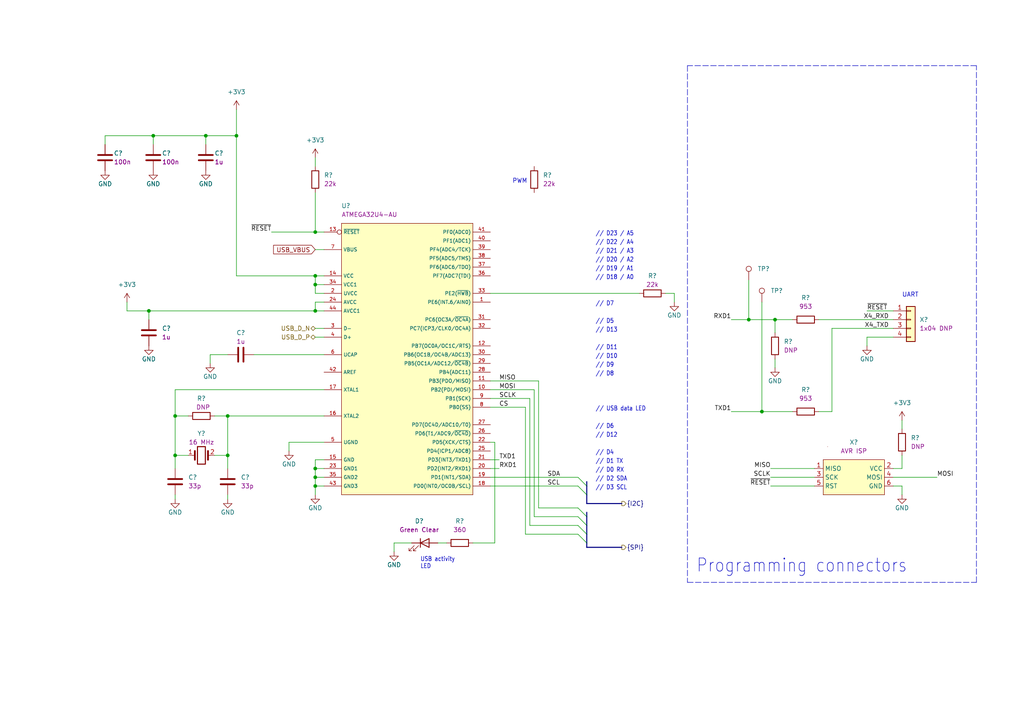
<source format=kicad_sch>
(kicad_sch (version 20211123) (generator eeschema)
  (paper "A4")
  (title_block (title "Gear Display Board") (date "2022-08-07") (rev "1.0") (company "Kallio Designs Oy") (comment 1 "Teemu Latonen") (comment 2 "ASSEMBLY_PN") (comment 3 "PCB_PN"))
  (lib_symbols
    (symbol "KD_Capacitor:C_0603_100n_X7R_50V" (pin_numbers hide) (pin_names hide)
      (property "Reference" "C" (at 2.54 1.27 0))
      (property "Code" "100n" (at 2.54 -1.27 0))
      (symbol "C_0603_100n_X7R_50V_0_1"
        (polyline (pts (xy -2.032 -0.762) (xy 2.032 -0.762)) (stroke (width 0.508)))
        (polyline (pts (xy -2.032 0.762) (xy 2.032 0.762)) (stroke (width 0.508)))
      )
      (symbol "C_0603_100n_X7R_50V_1_1"
        (pin passive line (at 0 3.81 270) (length 2.794) (name "~") (number "1"))
        (pin passive line (at 0 -3.81 90) (length 2.794) (name "~") (number "2"))
      )
    )
    (symbol "KD_Capacitor:C_0603_33p_NP0_5%_100V" (pin_numbers hide) (pin_names hide)
      (property "Reference" "C" (at 2.54 1.27 0))
      (property "Code" "33p" (at 2.54 -1.27 0))
      (symbol "C_0603_33p_NP0_5%_100V_0_1"
        (polyline (pts (xy -2.032 -0.762) (xy 2.032 -0.762)) (stroke (width 0.508)))
        (polyline (pts (xy -2.032 0.762) (xy 2.032 0.762)) (stroke (width 0.508)))
      )
      (symbol "C_0603_33p_NP0_5%_100V_1_1"
        (pin passive line (at 0 3.81 270) (length 2.794) (name "~") (number "1"))
        (pin passive line (at 0 -3.81 90) (length 2.794) (name "~") (number "2"))
      )
    )
    (symbol "KD_Capacitor:C_0805_1u_X7R_25V" (pin_numbers hide) (pin_names hide)
      (property "Reference" "C" (at 2.54 1.27 0))
      (property "Code" "1u" (at 2.54 -1.27 0))
      (symbol "C_0805_1u_X7R_25V_0_1"
        (polyline (pts (xy -2.032 -0.762) (xy 2.032 -0.762)) (stroke (width 0.508)))
        (polyline (pts (xy -2.032 0.762) (xy 2.032 0.762)) (stroke (width 0.508)))
      )
      (symbol "C_0805_1u_X7R_25V_1_1"
        (pin passive line (at 0 3.81 270) (length 2.794) (name "~") (number "1"))
        (pin passive line (at 0 -3.81 90) (length 2.794) (name "~") (number "2"))
      )
    )
    (symbol "KD_Connector_Pads:CON_1x04_TH_staggered" (pin_names hide)
      (property "Reference" "J" (at 5.08 2.54 0))
      (property "Code" "1x04 DNP" (at 5.08 4.572 0))
      (symbol "CON_1x04_TH_staggered_1_1"
        (rectangle (start 3.81 -7.493) (end 5.08 -7.747) (stroke (width 0.1524)))
        (rectangle (start 3.81 -4.953) (end 5.08 -5.207) (stroke (width 0.1524)))
        (rectangle (start 3.81 -2.413) (end 5.08 -2.667) (stroke (width 0.1524)))
        (rectangle (start 3.81 0.127) (end 5.08 -0.127) (stroke (width 0.1524)))
        (rectangle (start 3.81 1.27) (end 6.35 -8.89) (stroke (width 0.254)) (fill (type background)))
        (pin passive line (at 0 0 0) (length 3.81) (name "Pin_1") (number "1"))
        (pin passive line (at 0 -2.54 0) (length 3.81) (name "Pin_2") (number "2"))
        (pin passive line (at 0 -5.08 0) (length 3.81) (name "Pin_3") (number "3"))
        (pin passive line (at 0 -7.62 0) (length 3.81) (name "Pin_4") (number "4"))
      )
    )
    (symbol "KD_Connector_Pads:TestPoint_2.5mm_Round" (pin_numbers hide) (pin_names hide)
      (property "Reference" "TP" (at 0 5.08 0))
      (symbol "TestPoint_2.5mm_Round_0_1"
        (circle (center 0 3.302) (radius 0.762))
      )
      (symbol "TestPoint_2.5mm_Round_1_1"
        (pin passive line (at 0 0 90) (length 2.54) (name "1") (number "1"))
      )
    )
    (symbol "KD_Connector_Special:Programming_AVR_ISP_Staggered_Holes"
      (property "Reference" "J" (at 2.54 6.35 0))
      (property "Code" "AVR ISP" (at 2.54 3.81 0))
      (symbol "Programming_AVR_ISP_Staggered_Holes_0_1"
        (rectangle (start 2.54 2.54) (end 20.32 -7.62) (fill (type background)))
        (rectangle (start 3.81 6.35) (end 3.81 6.35))
      )
      (symbol "Programming_AVR_ISP_Staggered_Holes_1_0"
        (pin input line (at 0 0 0) (length 2.54) (name "MISO") (number "1"))
        (pin input line (at 22.86 0 180) (length 2.54) (name "VCC") (number "2"))
        (pin output line (at 0 -2.54 0) (length 2.54) (name "SCK") (number "3"))
        (pin output line (at 22.86 -2.54 180) (length 2.54) (name "MOSI") (number "4"))
        (pin output line (at 0 -5.08 0) (length 2.54) (name "RST") (number "5"))
        (pin input line (at 22.86 -5.08 180) (length 2.54) (name "GND") (number "6"))
      )
    )
    (symbol "KD_IC_MCU:ATmega32U4-AU"
      (property "Reference" "U" (at 22.86 7.62 0))
      (property "Code" "ATMEGA32U4-AU" (at 17.78 5.08 0))
      (symbol "ATmega32U4-AU_0_1"
        (rectangle (start 5.08 2.54) (end 43.18 -76.2) (fill (type background)))
      )
      (symbol "ATmega32U4-AU_1_1"
        (pin bidirectional line (at 48.26 -20.32 180) (length 5.08) (name "PE6(INT.6/AIN0)") (number "1"))
        (pin bidirectional line (at 48.26 -45.72 180) (length 5.08) (name "PB2(PDI/MOSI)") (number "10"))
        (pin bidirectional line (at 48.26 -43.18 180) (length 5.08) (name "PB3(PDO/MISO)") (number "11"))
        (pin bidirectional line (at 48.26 -33.02 180) (length 5.08) (name "PB7(OC0A/OC1C/RTS)") (number "12"))
        (pin input inverted (at 0 0 0) (length 5.08) (name "~{RESET}") (number "13"))
        (pin power_in line (at 0 -12.7 0) (length 5.08) (name "VCC") (number "14"))
        (pin power_in line (at 0 -66.04 0) (length 5.08) (name "GND") (number "15"))
        (pin bidirectional line (at 0 -53.34 0) (length 5.08) (name "XTAL2") (number "16"))
        (pin bidirectional line (at 0 -45.72 0) (length 5.08) (name "XTAL1") (number "17"))
        (pin bidirectional line (at 48.26 -73.66 180) (length 5.08) (name "PD0(INT0/OC0B/SCL)") (number "18"))
        (pin bidirectional line (at 48.26 -71.12 180) (length 5.08) (name "PD1(INT1/SDA)") (number "19"))
        (pin power_in line (at 0 -17.78 0) (length 5.08) (name "UVCC") (number "2"))
        (pin bidirectional line (at 48.26 -68.58 180) (length 5.08) (name "PD2(INT2/RXD1)") (number "20"))
        (pin bidirectional line (at 48.26 -66.04 180) (length 5.08) (name "PD3(INT3/TXD1)") (number "21"))
        (pin bidirectional line (at 48.26 -60.96 180) (length 5.08) (name "PD5(XCK/CTS)") (number "22"))
        (pin power_in line (at 0 -68.58 0) (length 5.08) (name "GND1") (number "23"))
        (pin power_in line (at 0 -20.32 0) (length 5.08) (name "AVCC") (number "24"))
        (pin bidirectional line (at 48.26 -63.5 180) (length 5.08) (name "PD4(ICP1/ADC8)") (number "25"))
        (pin bidirectional line (at 48.26 -58.42 180) (length 5.08) (name "PD6(T1/ADC9/~{OC4D})") (number "26"))
        (pin bidirectional line (at 48.26 -55.88 180) (length 5.08) (name "PD7(OC4D/ADC10/T0)") (number "27"))
        (pin bidirectional line (at 48.26 -40.64 180) (length 5.08) (name "PB4(ADC11)") (number "28"))
        (pin bidirectional line (at 48.26 -38.1 180) (length 5.08) (name "PB5(OC1A/ADC12/~{OC4B})") (number "29"))
        (pin bidirectional line (at 0 -27.94 0) (length 5.08) (name "D-") (number "3"))
        (pin bidirectional line (at 48.26 -35.56 180) (length 5.08) (name "PB6(OC1B/OC4B/ADC13)") (number "30"))
        (pin bidirectional line (at 48.26 -25.4 180) (length 5.08) (name "PC6(OC3A/~{OC4A})") (number "31"))
        (pin bidirectional line (at 48.26 -27.94 180) (length 5.08) (name "PC7(ICP3/CLK0/OC4A)") (number "32"))
        (pin bidirectional line (at 48.26 -17.78 180) (length 5.08) (name "PE2(~{HWB})") (number "33"))
        (pin power_in line (at 0 -15.24 0) (length 5.08) (name "VCC1") (number "34"))
        (pin power_in line (at 0 -71.12 0) (length 5.08) (name "GND2") (number "35"))
        (pin bidirectional line (at 48.26 -12.7 180) (length 5.08) (name "PF7(ADC7(TDI)") (number "36"))
        (pin bidirectional line (at 48.26 -10.16 180) (length 5.08) (name "PF6(ADC6/TDO)") (number "37"))
        (pin bidirectional line (at 48.26 -7.62 180) (length 5.08) (name "PF5(ADC5/TMS)") (number "38"))
        (pin bidirectional line (at 48.26 -5.08 180) (length 5.08) (name "PF4(ADC4/TCK)") (number "39"))
        (pin bidirectional line (at 0 -30.48 0) (length 5.08) (name "D+") (number "4"))
        (pin tri_state line (at 48.26 -2.54 180) (length 5.08) (name "PF1(ADC1)") (number "40"))
        (pin tri_state line (at 48.26 0 180) (length 5.08) (name "PF0(ADC0)") (number "41"))
        (pin input line (at 0 -40.64 0) (length 5.08) (name "AREF") (number "42"))
        (pin power_in line (at 0 -73.66 0) (length 5.08) (name "GND3") (number "43"))
        (pin power_in line (at 0 -22.86 0) (length 5.08) (name "AVCC1") (number "44"))
        (pin power_in line (at 0 -60.96 0) (length 5.08) (name "UGND") (number "5"))
        (pin bidirectional line (at 0 -35.56 0) (length 5.08) (name "UCAP") (number "6"))
        (pin input line (at 0 -5.08 0) (length 5.08) (name "VBUS") (number "7"))
        (pin bidirectional line (at 48.26 -50.8 180) (length 5.08) (name "PB0(SS)") (number "8"))
        (pin bidirectional line (at 48.26 -48.26 180) (length 5.08) (name "PB1(SCK)") (number "9"))
      )
    )
    (symbol "KD_Led:0603_Green_Clear_LTST-C190KGKT" (pin_numbers hide) (pin_names hide)
      (property "Reference" "D" (at 0 2.54 0))
      (property "Code" "Green Clear" (at 0 -3.81 0))
      (symbol "0603_Green_Clear_LTST-C190KGKT_0_1"
        (polyline (pts (xy -1.27 -1.27) (xy -1.27 1.27)) (stroke (width 0.254)))
        (polyline (pts (xy -1.27 0) (xy 1.27 0)))
        (polyline (pts (xy 1.27 -1.27) (xy 1.27 1.27) (xy -1.27 0) (xy 1.27 -1.27)) (stroke (width 0.254)))
        (polyline (pts (xy -3.048 -0.762) (xy -4.572 -2.286) (xy -3.81 -2.286) (xy -4.572 -2.286) (xy -4.572 -1.524)))
        (polyline (pts (xy -1.778 -0.762) (xy -3.302 -2.286) (xy -2.54 -2.286) (xy -3.302 -2.286) (xy -3.302 -1.524)))
      )
      (symbol "0603_Green_Clear_LTST-C190KGKT_1_1"
        (pin passive line (at -3.81 0 0) (length 2.54) (name "K") (number "1"))
        (pin passive line (at 3.81 0 180) (length 2.54) (name "A") (number "2"))
      )
    )
    (symbol "KD_Oscillator:Crystal_16M_AS-16.000-18-SMD-TR" (pin_names hide)
      (property "Reference" "Y" (at -3.81 6.35 0))
      (property "Code" "16 MHz" (at -3.81 3.81 0))
      (symbol "Crystal_16M_AS-16.000-18-SMD-TR_0_1"
        (rectangle (start -1.143 2.54) (end 1.143 -2.54) (stroke (width 0.3048)))
        (polyline (pts (xy -2.54 0) (xy -1.905 0)))
        (polyline (pts (xy -1.905 -1.27) (xy -1.905 1.27)) (stroke (width 0.508)))
        (polyline (pts (xy 1.905 -1.27) (xy 1.905 1.27)) (stroke (width 0.508)))
        (polyline (pts (xy 2.54 0) (xy 1.905 0)))
      )
      (symbol "Crystal_16M_AS-16.000-18-SMD-TR_1_1"
        (pin passive line (at -3.81 0 0) (length 1.27) (name "1") (number "1"))
        (pin passive line (at 3.81 0 180) (length 1.27) (name "2") (number "2"))
      )
    )
    (symbol "KD_Resistor:R_0402_DNP" (pin_numbers hide) (pin_names hide)
      (property "Reference" "R" (at 1.905 1.27 0))
      (property "Code" "DNP" (at 1.905 -1.27 0))
      (symbol "R_0402_DNP_0_1"
        (rectangle (start -1.016 -2.54) (end 1.016 2.54) (stroke (width 0.254)))
      )
      (symbol "R_0402_DNP_1_1"
        (pin passive line (at 0 3.81 270) (length 1.27) (name "~") (number "1"))
        (pin passive line (at 0 -3.81 90) (length 1.27) (name "~") (number "2"))
      )
    )
    (symbol "KD_Resistor:R_0603_22k_1%" (pin_numbers hide) (pin_names hide)
      (property "Reference" "R" (at 1.905 1.27 0))
      (property "Code" "22k" (at 1.905 -1.27 0))
      (symbol "R_0603_22k_1%_0_1"
        (rectangle (start -1.016 -2.54) (end 1.016 2.54) (stroke (width 0.254)))
      )
      (symbol "R_0603_22k_1%_1_1"
        (pin passive line (at 0 3.81 270) (length 1.27) (name "~") (number "1"))
        (pin passive line (at 0 -3.81 90) (length 1.27) (name "~") (number "2"))
      )
    )
    (symbol "KD_Resistor:R_0603_360_1%" (pin_numbers hide) (pin_names hide)
      (property "Reference" "R" (at 1.905 1.27 0))
      (property "Code" "360" (at 1.905 -1.27 0))
      (symbol "R_0603_360_1%_0_1"
        (rectangle (start -1.016 -2.54) (end 1.016 2.54) (stroke (width 0.254)))
      )
      (symbol "R_0603_360_1%_1_1"
        (pin passive line (at 0 3.81 270) (length 1.27) (name "~") (number "1"))
        (pin passive line (at 0 -3.81 90) (length 1.27) (name "~") (number "2"))
      )
    )
    (symbol "KD_Resistor:R_0603_953_1%" (pin_numbers hide) (pin_names hide)
      (property "Reference" "R" (at 1.905 1.27 0))
      (property "Code" "953" (at 1.905 -1.27 0))
      (symbol "R_0603_953_1%_0_1"
        (rectangle (start -1.016 -2.54) (end 1.016 2.54) (stroke (width 0.254)))
      )
      (symbol "R_0603_953_1%_1_1"
        (pin passive line (at 0 3.81 270) (length 1.27) (name "~") (number "1"))
        (pin passive line (at 0 -3.81 90) (length 1.27) (name "~") (number "2"))
      )
    )
    (symbol "KD_Resistor:R_0603_DNP" (pin_numbers hide) (pin_names hide)
      (property "Reference" "R" (at 1.905 1.27 0))
      (property "Code" "DNP" (at 1.905 -1.27 0))
      (symbol "R_0603_DNP_0_1"
        (rectangle (start -1.016 -2.54) (end 1.016 2.54) (stroke (width 0.254)))
      )
      (symbol "R_0603_DNP_1_1"
        (pin passive line (at 0 3.81 270) (length 1.27) (name "~") (number "1"))
        (pin passive line (at 0 -3.81 90) (length 1.27) (name "~") (number "2"))
      )
    )
    (symbol "KD_Resistor:R_0805_DNP" (pin_numbers hide) (pin_names hide)
      (property "Reference" "R" (at 1.905 1.27 0))
      (property "Code" "DNP" (at 1.905 -1.27 0))
      (symbol "R_0805_DNP_0_1"
        (rectangle (start -1.016 -2.54) (end 1.016 2.54) (stroke (width 0.254)))
      )
      (symbol "R_0805_DNP_1_1"
        (pin passive line (at 0 3.81 270) (length 1.27) (name "~") (number "1"))
        (pin passive line (at 0 -3.81 90) (length 1.27) (name "~") (number "2"))
      )
    )
    (symbol "power:+3.3V" (power) (pin_names (offset 0))
      (property "Value" "+3.3V" (at 0 3.556 0))
      (symbol "+3.3V_0_1"
        (polyline (pts (xy -0.762 1.27) (xy 0 2.54)))
        (polyline (pts (xy 0 0) (xy 0 2.54)))
        (polyline (pts (xy 0 2.54) (xy 0.762 1.27)))
      )
      (symbol "+3.3V_1_1"
        (pin power_in line (at 0 0 90) (length 0) hide (name "+3V3") (number "1"))
      )
    )
    (symbol "power:GND" (power) (pin_names (offset 0))
      (property "Value" "GND" (at 0 -3.81 0))
      (symbol "GND_0_1"
        (polyline (pts (xy 0 0) (xy 0 -1.27) (xy 1.27 -1.27) (xy 0 -2.54) (xy -1.27 -1.27) (xy 0 -1.27)))
      )
      (symbol "GND_1_1"
        (pin power_in line (at 0 0 270) (length 0) hide (name "GND") (number "1"))
      )
    )
  )
  (junction (at 91.44 135.89))
  (junction (at 91.44 90.17))
  (junction (at 66.04 120.65))
  (junction (at 91.44 80.01))
  (junction (at 224.79 92.71))
  (junction (at 91.44 82.55))
  (junction (at 50.8 120.65))
  (junction (at 91.44 140.97))
  (junction (at 91.44 138.43))
  (junction (at 44.45 39.37))
  (junction (at 91.44 67.31))
  (junction (at 68.58 39.37))
  (junction (at 43.18 90.17))
  (junction (at 220.98 119.38))
  (junction (at 50.8 132.08))
  (junction (at 217.17 92.71))
  (junction (at 59.69 39.37))
  (junction (at 66.04 132.08))
  (bus_entry (at 167.64 152.4) (size 2.54 2.54))
  (bus_entry (at 167.64 154.94) (size 2.54 2.54))
  (bus_entry (at 167.64 149.86) (size 2.54 2.54))
  (bus_entry (at 167.64 147.32) (size 2.54 2.54))
  (bus_entry (at 167.64 140.97) (size 2.54 2.54))
  (bus_entry (at 167.64 138.43) (size 2.54 2.54))
  (wire (pts (xy 220.98 119.38) (xy 212.09 119.38)))
  (polyline (pts (xy 283.21 168.91) (xy 283.21 19.05)))
  (bus (pts (xy 170.18 152.4) (xy 170.18 154.94)))
  (bus (pts (xy 170.18 154.94) (xy 170.18 157.48)))
  (wire (pts (xy 93.98 128.27) (xy 83.82 128.27)))
  (wire (pts (xy 220.98 87.63) (xy 220.98 119.38)))
  (bus (pts (xy 170.18 157.48) (xy 170.18 158.75)))
  (wire (pts (xy 91.44 82.55) (xy 91.44 80.01)))
  (wire (pts (xy 261.62 140.97) (xy 261.62 143.51)))
  (wire (pts (xy 91.44 85.09) (xy 91.44 82.55)))
  (wire (pts (xy 50.8 132.08) (xy 50.8 135.89)))
  (wire (pts (xy 93.98 133.35) (xy 91.44 133.35)))
  (bus (pts (xy 170.18 143.51) (xy 170.18 146.05)))
  (wire (pts (xy 142.24 115.57) (xy 153.67 115.57)))
  (wire (pts (xy 44.45 39.37) (xy 59.69 39.37)))
  (wire (pts (xy 142.24 118.11) (xy 152.4 118.11)))
  (wire (pts (xy 142.24 110.49) (xy 156.21 110.49)))
  (wire (pts (xy 154.94 149.86) (xy 167.64 149.86)))
  (wire (pts (xy 50.8 132.08) (xy 54.61 132.08)))
  (wire (pts (xy 142.24 138.43) (xy 167.64 138.43)))
  (bus (pts (xy 170.18 146.05) (xy 180.34 146.05)))
  (wire (pts (xy 220.98 119.38) (xy 229.87 119.38)))
  (wire (pts (xy 236.22 140.97) (xy 223.52 140.97)))
  (wire (pts (xy 261.62 121.92) (xy 261.62 124.46)))
  (wire (pts (xy 93.98 135.89) (xy 91.44 135.89)))
  (wire (pts (xy 91.44 67.31) (xy 91.44 55.88)))
  (polyline (pts (xy 199.39 168.91) (xy 283.21 168.91)))
  (wire (pts (xy 224.79 92.71) (xy 224.79 96.52)))
  (wire (pts (xy 223.52 138.43) (xy 236.22 138.43)))
  (wire (pts (xy 142.24 128.27) (xy 143.51 128.27)))
  (wire (pts (xy 50.8 143.51) (xy 50.8 144.78)))
  (wire (pts (xy 152.4 118.11) (xy 152.4 154.94)))
  (wire (pts (xy 193.04 85.09) (xy 195.58 85.09)))
  (wire (pts (xy 44.45 41.91) (xy 44.45 39.37)))
  (wire (pts (xy 91.44 87.63) (xy 91.44 90.17)))
  (wire (pts (xy 119.38 157.48) (xy 114.3 157.48)))
  (wire (pts (xy 241.3 119.38) (xy 241.3 95.25)))
  (wire (pts (xy 73.66 102.87) (xy 93.98 102.87)))
  (wire (pts (xy 68.58 39.37) (xy 68.58 31.75)))
  (wire (pts (xy 241.3 95.25) (xy 259.08 95.25)))
  (wire (pts (xy 224.79 104.14) (xy 224.79 106.68)))
  (wire (pts (xy 114.3 157.48) (xy 114.3 160.02)))
  (wire (pts (xy 43.18 90.17) (xy 43.18 92.71)))
  (wire (pts (xy 66.04 143.51) (xy 66.04 144.78)))
  (wire (pts (xy 153.67 152.4) (xy 153.67 115.57)))
  (wire (pts (xy 91.44 138.43) (xy 91.44 140.97)))
  (wire (pts (xy 62.23 132.08) (xy 66.04 132.08)))
  (wire (pts (xy 93.98 113.03) (xy 50.8 113.03)))
  (wire (pts (xy 66.04 120.65) (xy 93.98 120.65)))
  (wire (pts (xy 91.44 133.35) (xy 91.44 135.89)))
  (wire (pts (xy 251.46 97.79) (xy 251.46 100.33)))
  (wire (pts (xy 93.98 140.97) (xy 91.44 140.97)))
  (polyline (pts (xy 283.21 19.05) (xy 199.39 19.05)))
  (wire (pts (xy 59.69 39.37) (xy 68.58 39.37)))
  (wire (pts (xy 93.98 87.63) (xy 91.44 87.63)))
  (wire (pts (xy 91.44 135.89) (xy 91.44 138.43)))
  (wire (pts (xy 30.48 39.37) (xy 30.48 41.91)))
  (wire (pts (xy 212.09 92.71) (xy 217.17 92.71)))
  (wire (pts (xy 143.51 128.27) (xy 143.51 157.48)))
  (bus (pts (xy 170.18 158.75) (xy 180.34 158.75)))
  (wire (pts (xy 36.83 90.17) (xy 43.18 90.17)))
  (wire (pts (xy 223.52 135.89) (xy 236.22 135.89)))
  (wire (pts (xy 91.44 45.72) (xy 91.44 48.26)))
  (wire (pts (xy 78.74 67.31) (xy 91.44 67.31)))
  (wire (pts (xy 44.45 39.37) (xy 30.48 39.37)))
  (wire (pts (xy 237.49 92.71) (xy 259.08 92.71)))
  (wire (pts (xy 91.44 140.97) (xy 91.44 143.51)))
  (wire (pts (xy 127 157.48) (xy 129.54 157.48)))
  (wire (pts (xy 68.58 39.37) (xy 68.58 80.01)))
  (wire (pts (xy 93.98 85.09) (xy 91.44 85.09)))
  (wire (pts (xy 60.96 102.87) (xy 60.96 105.41)))
  (wire (pts (xy 93.98 82.55) (xy 91.44 82.55)))
  (wire (pts (xy 60.96 102.87) (xy 66.04 102.87)))
  (wire (pts (xy 93.98 72.39) (xy 91.44 72.39)))
  (wire (pts (xy 167.64 152.4) (xy 153.67 152.4)))
  (wire (pts (xy 66.04 120.65) (xy 62.23 120.65)))
  (bus (pts (xy 170.18 140.97) (xy 170.18 143.51)))
  (wire (pts (xy 50.8 113.03) (xy 50.8 120.65)))
  (wire (pts (xy 217.17 92.71) (xy 224.79 92.71)))
  (wire (pts (xy 156.21 147.32) (xy 156.21 110.49)))
  (wire (pts (xy 142.24 135.89) (xy 144.78 135.89)))
  (wire (pts (xy 259.08 97.79) (xy 251.46 97.79)))
  (wire (pts (xy 93.98 95.25) (xy 91.44 95.25)))
  (wire (pts (xy 154.94 113.03) (xy 154.94 149.86)))
  (wire (pts (xy 68.58 80.01) (xy 91.44 80.01)))
  (wire (pts (xy 83.82 128.27) (xy 83.82 130.81)))
  (wire (pts (xy 43.18 90.17) (xy 91.44 90.17)))
  (wire (pts (xy 261.62 135.89) (xy 261.62 132.08)))
  (wire (pts (xy 259.08 138.43) (xy 271.78 138.43)))
  (wire (pts (xy 93.98 138.43) (xy 91.44 138.43)))
  (bus (pts (xy 170.18 139.7) (xy 170.18 140.97)))
  (wire (pts (xy 195.58 85.09) (xy 195.58 87.63)))
  (wire (pts (xy 36.83 90.17) (xy 36.83 87.63)))
  (wire (pts (xy 50.8 120.65) (xy 50.8 132.08)))
  (wire (pts (xy 152.4 154.94) (xy 167.64 154.94)))
  (wire (pts (xy 66.04 132.08) (xy 66.04 135.89)))
  (wire (pts (xy 93.98 67.31) (xy 91.44 67.31)))
  (wire (pts (xy 259.08 90.17) (xy 251.46 90.17)))
  (bus (pts (xy 170.18 148.59) (xy 170.18 149.86)))
  (wire (pts (xy 59.69 41.91) (xy 59.69 39.37)))
  (wire (pts (xy 137.16 157.48) (xy 143.51 157.48)))
  (wire (pts (xy 142.24 113.03) (xy 154.94 113.03)))
  (wire (pts (xy 54.61 120.65) (xy 50.8 120.65)))
  (polyline (pts (xy 199.39 19.05) (xy 199.39 168.91)))
  (wire (pts (xy 142.24 133.35) (xy 144.78 133.35)))
  (wire (pts (xy 259.08 140.97) (xy 261.62 140.97)))
  (wire (pts (xy 93.98 97.79) (xy 91.44 97.79)))
  (bus (pts (xy 170.18 149.86) (xy 170.18 152.4)))
  (wire (pts (xy 259.08 135.89) (xy 261.62 135.89)))
  (wire (pts (xy 66.04 120.65) (xy 66.04 132.08)))
  (wire (pts (xy 93.98 80.01) (xy 91.44 80.01)))
  (wire (pts (xy 142.24 140.97) (xy 167.64 140.97)))
  (wire (pts (xy 167.64 147.32) (xy 156.21 147.32)))
  (wire (pts (xy 185.42 85.09) (xy 142.24 85.09)))
  (wire (pts (xy 91.44 90.17) (xy 93.98 90.17)))
  (wire (pts (xy 237.49 119.38) (xy 241.3 119.38)))
  (wire (pts (xy 217.17 81.28) (xy 217.17 92.71)))
  (wire (pts (xy 224.79 92.71) (xy 229.87 92.71)))
  (text "// D23 / A5" (at 172.72 68.58 180) (effects (font (size 1.27 1.0795)) (justify left bottom)))
  (text "// D12" (at 172.72 127 180) (effects (font (size 1.27 1.0795)) (justify left bottom)))
  (text "// D6" (at 172.72 124.46 180) (effects (font (size 1.27 1.0795)) (justify left bottom)))
  (text "// D13" (at 172.72 96.52 180) (effects (font (size 1.27 1.0795)) (justify left bottom)))
  (text "Programming connectors" (at 201.93 166.37 180) (effects (font (size 3.81 3.2385)) (justify left bottom)))
  (text "// D22 / A4" (at 172.72 71.12 180) (effects (font (size 1.27 1.0795)) (justify left bottom)))
  (text "// D4" (at 172.72 132.08 180) (effects (font (size 1.27 1.0795)) (justify left bottom)))
  (text "// USB data LED" (at 172.72 119.38 180) (effects (font (size 1.27 1.0795)) (justify left bottom)))
  (text "PWM" (at 148.59 53.34 0) (effects (font (size 1.27 1.27)) (justify left bottom)))
  (text "// D3 SCL" (at 172.72 142.24 180) (effects (font (size 1.27 1.0795)) (justify left bottom)))
  (text "// D10" (at 172.72 104.14 180) (effects (font (size 1.27 1.0795)) (justify left bottom)))
  (text "// D19 / A1" (at 172.72 78.74 180) (effects (font (size 1.27 1.0795)) (justify left bottom)))
  (text "// D2 SDA" (at 172.72 139.7 180) (effects (font (size 1.27 1.0795)) (justify left bottom)))
  (text "// D11" (at 172.72 101.6 180) (effects (font (size 1.27 1.0795)) (justify left bottom)))
  (text "USB activity\nLED" (at 121.92 165.1 0) (effects (font (size 1.27 1.0795)) (justify left bottom)))
  (text "// D0 RX" (at 172.72 137.16 180) (effects (font (size 1.27 1.0795)) (justify left bottom)))
  (text "// D18 / A0" (at 172.72 81.28 180) (effects (font (size 1.27 1.0795)) (justify left bottom)))
  (text "// D7" (at 172.72 88.9 180) (effects (font (size 1.27 1.0795)) (justify left bottom)))
  (text "// D21 / A3" (at 172.72 73.66 180) (effects (font (size 1.27 1.0795)) (justify left bottom)))
  (text "// D5" (at 172.72 93.98 180) (effects (font (size 1.27 1.0795)) (justify left bottom)))
  (text "UART" (at 261.62 86.36 0) (effects (font (size 1.27 1.27)) (justify left bottom)))
  (text "// D9" (at 172.72 106.68 180) (effects (font (size 1.27 1.0795)) (justify left bottom)))
  (text "// D8" (at 172.72 109.22 180) (effects (font (size 1.27 1.0795)) (justify left bottom)))
  (text "// D1 TX" (at 172.72 134.62 180) (effects (font (size 1.27 1.0795)) (justify left bottom)))
  (text "// D20 / A2" (at 172.72 76.2 180) (effects (font (size 1.27 1.0795)) (justify left bottom)))
  (label "X4_RXD" (at 257.81 92.71 180))
  (label "SCL" (at 158.75 140.97 0))
  (label "MOSI" (at 271.78 138.43 0))
  (label "CS" (at 144.78 118.11 0))
  (label "RXD1" (at 144.78 135.89 0))
  (label "MISO" (at 223.52 135.89 180))
  (label "MISO" (at 144.78 110.49 0))
  (label "SCLK" (at 144.78 115.57 0))
  (label "~{RESET}" (at 251.46 90.17 0))
  (label "RXD1" (at 212.09 92.71 180))
  (label "SDA" (at 158.75 138.43 0))
  (label "TXD1" (at 212.09 119.38 180))
  (label "~{RESET}" (at 223.52 140.97 180))
  (label "~{RESET}" (at 78.74 67.31 180))
  (label "TXD1" (at 144.78 133.35 0))
  (label "SCLK" (at 223.52 138.43 180))
  (label "X4_TXD" (at 257.81 95.25 180))
  (label "MOSI" (at 144.78 113.03 0))
  (global_label "USB_VBUS" (shape input) (at 91.44 72.39 180) (property "Intersheet References" "${INTERSHEET_REFS}" (effects hide)))
  (hierarchical_label "USB_D_N" (shape bidirectional) (at 91.44 95.25 180))
  (hierarchical_label "USB_D_P" (shape bidirectional) (at 91.44 97.79 180))
  (hierarchical_label "{SPI}" (shape output) (at 180.34 158.75 0))
  (hierarchical_label "{I2C}" (shape output) (at 180.34 146.05 0))
  (symbol (lib_id "KD_Capacitor:C_0603_33p_NP0_5%_100V") (at 66.04 139.7 0) (unit 1)
    (property "Reference" "C?" (at 69.85 138.4299 0) (effects (justify left)))
    (property "Value" "C_0603_33p_NP0_5%_100V" (effects hide))
    (property "Footprint" "KD_Capacitor:C_0603_1608Metric" (effects hide))
    (property "Datasheet" "http://www.passivecomponent.com/wp-content/uploads/datasheet/WTC_MLCC_General_Purpose.pdf" (effects hide))
    (property "Code" "33p" (at 69.85 140.9699 0) (effects (justify left)))
    (property "Manufacturer" "KEMET" (effects hide))
    (property "MFG_PartNo" "C0603C330J1GAC7867" (effects hide))
    (property "Supplier" "Digi-Key" (effects hide))
    (property "Supplier_PartNo" "399-C0603C330J1GAC7867CT-ND" (effects hide))
    (property "DNP" "F" (effects hide))
    (property "Price" "0.05" (effects hide))
  )
  (symbol (lib_id "KD_Resistor:R_0603_DNP") (at 224.79 100.33 180) (unit 1)
    (property "Reference" "R?" (at 227.33 99.0599 0) (effects (justify right)))
    (property "Value" "R_0603_DNP" (effects hide))
    (property "Footprint" "KD_Resistor:R_0603_1608Metric_DNP" (effects hide))
    (property "Code" "DNP" (at 227.33 101.5999 0) (effects (justify right)))
    (property "Manufacturer" "DNP" (effects hide))
    (property "MFG_PartNo" "DNP" (effects hide))
    (property "Supplier" "DNP" (effects hide))
    (property "Supplier_PartNo" "DNP" (effects hide))
    (property "DNP" "T" (effects hide))
    (property "Price" "0.00" (effects hide))
  )
  (symbol (lib_id "power:GND") (at 261.62 143.51 0) (unit 1)
    (property "Reference" "#PWR?" (effects hide))
    (property "Value" "GND" (at 261.62 147.32 0))
  )
  (symbol (lib_id "KD_Connector_Pads:TestPoint_2.5mm_Round") (at 217.17 81.28 0) (unit 1)
    (property "Reference" "TP?" (at 219.71 77.9779 0) (effects (justify left)))
    (property "Value" "TestPoint_2.5mm_Round" (effects hide))
    (property "Footprint" "KD_Connector_Pads:TestPoint_Pad_D2.5mm" (effects hide))
    (property "Datasheet" "DNP" (effects hide))
    (property "Code" "DNP" (effects hide))
    (property "Manufacturer" "DNP" (effects hide))
    (property "MFG_PartNo" "DNP" (effects hide))
    (property "Supplier" "DNP" (effects hide))
    (property "Supplier_PartNo" "DNP" (effects hide))
    (property "DNP" "T" (effects hide))
    (property "Price" "0.00" (effects hide))
  )
  (symbol (lib_id "KD_Resistor:R_0805_DNP") (at 58.42 120.65 90) (unit 1)
    (property "Reference" "R?" (at 58.42 115.57 90))
    (property "Value" "R_0805_DNP" (effects hide))
    (property "Footprint" "KD_Resistor:R_0805_2012Metric_DNP" (effects hide))
    (property "Code" "DNP" (at 60.96 118.11 90) (effects (justify left)))
    (property "Manufacturer" "DNP" (effects hide))
    (property "MFG_PartNo" "DNP" (effects hide))
    (property "Supplier" "DNP" (effects hide))
    (property "Supplier_PartNo" "DNP" (effects hide))
    (property "DNP" "T" (effects hide))
    (property "Price" "0.00" (effects hide))
  )
  (symbol (lib_id "power:+3.3V") (at 91.44 45.72 0) (unit 1)
    (property "Reference" "#PWR?" (effects hide))
    (property "Value" "+3.3V" (at 91.44 40.64 0))
  )
  (symbol (lib_id "power:GND") (at 60.96 105.41 0) (unit 1)
    (property "Reference" "#PWR?" (effects hide))
    (property "Value" "GND" (at 60.96 109.22 0))
  )
  (symbol (lib_id "power:GND") (at 66.04 144.78 0) (unit 1)
    (property "Reference" "#PWR?" (effects hide))
    (property "Value" "GND" (at 66.04 148.59 0))
  )
  (symbol (lib_id "KD_Capacitor:C_0805_1u_X7R_25V") (at 59.69 45.72 0) (unit 1)
    (property "Reference" "C?" (at 62.23 44.45 0) (effects (justify left)))
    (property "Value" "C_0805_1u_X7R_25V" (effects hide))
    (property "Footprint" "KD_Capacitor:C_0805_2012Metric" (effects hide))
    (property "Datasheet" "https://api.kemet.com/component-edge/download/datasheet/CBR08C279B5GAC.pdf" (effects hide))
    (property "Code" "1u" (at 62.23 46.99 0) (effects (justify left)))
    (property "Manufacturer" "Kemet" (effects hide))
    (property "MFG_PartNo" "CL21B105KAFNNNE" (effects hide))
    (property "Supplier" "Digi-Key" (effects hide))
    (property "Supplier_PartNo" "1276-1066-1-ND" (effects hide))
    (property "DNP" "F" (effects hide))
    (property "Price" "0.03" (effects hide))
  )
  (symbol (lib_id "power:GND") (at 251.46 100.33 0) (unit 1)
    (property "Reference" "#PWR?" (effects hide))
    (property "Value" "GND" (at 251.46 104.14 0))
  )
  (symbol (lib_id "KD_Resistor:R_0603_953_1%") (at 233.68 119.38 90) (unit 1)
    (property "Reference" "R?" (at 233.68 113.03 90))
    (property "Value" "R_0603_953_1%" (effects hide))
    (property "Footprint" "KD_Resistor:R_0603_1608Metric" (effects hide))
    (property "Datasheet" "https://www.seielect.com/catalog/sei-rmcf_rmcp.pdf" (effects hide))
    (property "Code" "953" (at 233.68 115.57 90))
    (property "Manufacturer" "Stackpole Electronics Inc" (effects hide))
    (property "MFG_PartNo" "RMCF0603FT953R" (effects hide))
    (property "Supplier" "Digi-Key" (effects hide))
    (property "Supplier_PartNo" "RMCF0603FT953RCT-ND" (effects hide))
    (property "DNP" "F" (effects hide))
    (property "Price" "0.01" (effects hide))
  )
  (symbol (lib_id "power:GND") (at 30.48 49.53 0) (mirror y) (unit 1)
    (property "Reference" "#PWR?" (effects hide))
    (property "Value" "GND" (at 30.48 53.34 0))
  )
  (symbol (lib_id "KD_Oscillator:Crystal_16M_AS-16.000-18-SMD-TR") (at 58.42 132.08 0) (unit 1)
    (property "Reference" "Y?" (at 58.42 125.73 0))
    (property "Value" "Crystal_16M_AS-16.000-18-SMD-TR" (effects hide))
    (property "Footprint" "KD_Oscillator:OSC_CRYSTAL_HC49_US_N" (effects hide))
    (property "Datasheet" "https://www.raltron.com/webproducts/specs/CRYSTAL/AS-16.000-18-SMD-TR.pdf" (effects hide))
    (property "Code" "16 MHz" (at 58.42 128.27 0))
    (property "Manufacturer" "Raltron Electronics" (effects hide))
    (property "MFG_PartNo" "AS-16.000-18-SMD-TR" (effects hide))
    (property "Supplier" "Digi-Key" (effects hide))
    (property "Supplier_PartNo" "2151-AS-16.000-18-SMD-TRCT-ND" (effects hide))
    (property "DNP" "F" (effects hide))
    (property "Price" "0.00" (effects hide))
  )
  (symbol (lib_id "KD_Capacitor:C_0603_33p_NP0_5%_100V") (at 50.8 139.7 0) (unit 1)
    (property "Reference" "C?" (at 54.61 138.4299 0) (effects (justify left)))
    (property "Value" "C_0603_33p_NP0_5%_100V" (effects hide))
    (property "Footprint" "KD_Capacitor:C_0603_1608Metric" (effects hide))
    (property "Datasheet" "http://www.passivecomponent.com/wp-content/uploads/datasheet/WTC_MLCC_General_Purpose.pdf" (effects hide))
    (property "Code" "33p" (at 54.61 140.9699 0) (effects (justify left)))
    (property "Manufacturer" "KEMET" (effects hide))
    (property "MFG_PartNo" "C0603C330J1GAC7867" (effects hide))
    (property "Supplier" "Digi-Key" (effects hide))
    (property "Supplier_PartNo" "399-C0603C330J1GAC7867CT-ND" (effects hide))
    (property "DNP" "F" (effects hide))
    (property "Price" "0.05" (effects hide))
  )
  (symbol (lib_id "power:GND") (at 83.82 130.81 0) (unit 1)
    (property "Reference" "#PWR?" (effects hide))
    (property "Value" "GND" (at 83.82 134.62 0))
  )
  (symbol (lib_id "power:GND") (at 224.79 106.68 0) (unit 1)
    (property "Reference" "#PWR?" (effects hide))
    (property "Value" "GND" (at 224.79 110.49 0))
  )
  (symbol (lib_id "power:GND") (at 91.44 143.51 0) (unit 1)
    (property "Reference" "#PWR?" (effects hide))
    (property "Value" "GND" (at 91.44 147.32 0))
  )
  (symbol (lib_id "KD_Connector_Special:Programming_AVR_ISP_Staggered_Holes") (at 236.22 135.89 0) (unit 1)
    (property "Reference" "X?" (at 247.65 128.27 0))
    (property "Value" "Programming_AVR_ISP_Staggered_Holes" (effects hide))
    (property "Footprint" "KD_Connector_Pads:CON_PINHD_1X06_TH_OFFSET" (effects hide))
    (property "Datasheet" "datasheet" (effects hide))
    (property "Code" "AVR ISP" (at 247.65 130.81 0))
    (property "Manufacturer" "DNP" (effects hide))
    (property "MFG_PartNo" "DNP" (effects hide))
    (property "Supplier" "DNP" (effects hide))
    (property "Supplier_PartNo" "DNP" (effects hide))
    (property "DNP" "T" (effects hide))
    (property "Price" "0.00" (effects hide))
  )
  (symbol (lib_id "KD_Resistor:R_0603_22k_1%") (at 91.44 52.07 0) (unit 1)
    (property "Reference" "R?" (at 93.98 50.8 0) (effects (justify left)))
    (property "Value" "R_0603_22k_1%" (effects hide))
    (property "Footprint" "KD_Resistor:R_0603_1608Metric" (effects hide))
    (property "Datasheet" "https://www.yageo.com/upload/media/product/productsearch/datasheet/rchip/PYu-RC_Group_51_RoHS_L_11.pdf" (effects hide))
    (property "Code" "22k" (at 93.98 53.34 0) (effects (justify left)))
    (property "Manufacturer" "YAGEO" (effects hide))
    (property "MFG_PartNo" "311-22.0KHRCT-ND" (effects hide))
    (property "Supplier" "Digi-Key" (effects hide))
    (property "Supplier_PartNo" "311-22.0KHRCT-ND" (effects hide))
    (property "DNP" "F" (effects hide))
    (property "Price" "0.01" (effects hide))
  )
  (symbol (lib_id "KD_Resistor:R_0402_DNP") (at 261.62 128.27 0) (unit 1)
    (property "Reference" "R?" (at 264.16 127 0) (effects (justify left)))
    (property "Value" "R_0402_DNP" (effects hide))
    (property "Footprint" "KD_Resistor:R_0402_1005Metric_DNP" (effects hide))
    (property "Code" "DNP" (at 264.16 129.54 0) (effects (justify left)))
    (property "Manufacturer" "DNP" (effects hide))
    (property "MFG_PartNo" "DNP" (effects hide))
    (property "Supplier" "DNP" (effects hide))
    (property "Supplier_PartNo" "DNP" (effects hide))
    (property "DNP" "T" (effects hide))
    (property "Price" "0.00" (effects hide))
  )
  (symbol (lib_id "KD_Resistor:R_0603_360_1%") (at 133.35 157.48 90) (unit 1)
    (property "Reference" "R?" (at 133.35 151.13 90))
    (property "Value" "R_0603_360_1%" (effects hide))
    (property "Footprint" "KD_Resistor:R_0603_1608Metric" (effects hide))
    (property "Datasheet" "https://www.yageo.com/upload/media/product/productsearch/datasheet/rchip/PYu-RT_1-to-0.01_RoHS_L_12.pdf" (effects hide))
    (property "Code" "360" (at 133.35 153.67 90))
    (property "Manufacturer" "YAGEO" (effects hide))
    (property "MFG_PartNo" "RT0603FRE07360RL" (effects hide))
    (property "Supplier" "Digi-Key" (effects hide))
    (property "Supplier_PartNo" "13-RT0603FRE07360RLCT-ND" (effects hide))
    (property "DNP" "F" (effects hide))
    (property "Price" "0.02" (effects hide))
  )
  (symbol (lib_id "power:GND") (at 44.45 49.53 0) (mirror y) (unit 1)
    (property "Reference" "#PWR?" (effects hide))
    (property "Value" "GND" (at 44.45 53.34 0))
  )
  (symbol (lib_id "power:+3.3V") (at 36.83 87.63 0) (unit 1)
    (property "Reference" "#PWR?" (effects hide))
    (property "Value" "+3.3V" (at 36.83 82.55 0))
  )
  (symbol (lib_id "KD_Capacitor:C_0805_1u_X7R_25V") (at 43.18 96.52 180) (unit 1)
    (property "Reference" "C?" (at 46.99 95.25 0) (effects (justify right)))
    (property "Value" "C_0805_1u_X7R_25V" (effects hide))
    (property "Footprint" "KD_Capacitor:C_0805_2012Metric" (effects hide))
    (property "Datasheet" "https://api.kemet.com/component-edge/download/datasheet/CBR08C279B5GAC.pdf" (effects hide))
    (property "Code" "1u" (at 49.53 97.79 0) (effects (justify left)))
    (property "Manufacturer" "Kemet" (effects hide))
    (property "MFG_PartNo" "CL21B105KAFNNNE" (effects hide))
    (property "Supplier" "Digi-Key" (effects hide))
    (property "Supplier_PartNo" "1276-1066-1-ND" (effects hide))
    (property "DNP" "F" (effects hide))
    (property "Price" "0.03" (effects hide))
  )
  (symbol (lib_id "KD_Resistor:R_0603_953_1%") (at 233.68 92.71 90) (unit 1)
    (property "Reference" "R?" (at 233.68 86.36 90))
    (property "Value" "R_0603_953_1%" (effects hide))
    (property "Footprint" "KD_Resistor:R_0603_1608Metric" (effects hide))
    (property "Datasheet" "https://www.seielect.com/catalog/sei-rmcf_rmcp.pdf" (effects hide))
    (property "Code" "953" (at 233.68 88.9 90))
    (property "Manufacturer" "Stackpole Electronics Inc" (effects hide))
    (property "MFG_PartNo" "RMCF0603FT953R" (effects hide))
    (property "Supplier" "Digi-Key" (effects hide))
    (property "Supplier_PartNo" "RMCF0603FT953RCT-ND" (effects hide))
    (property "DNP" "F" (effects hide))
    (property "Price" "0.01" (effects hide))
  )
  (symbol (lib_id "KD_IC_MCU:ATmega32U4-AU") (at 93.98 67.31 0) (unit 1)
    (property "Reference" "U?" (at 100.33 59.69 0))
    (property "Value" "ATmega32U4-AU" (effects hide))
    (property "Footprint" "KD_Package_QFP:QFP80P1200X1200X120-44R_N" (effects hide))
    (property "Datasheet" "http://ww1.microchip.com/downloads/en/DeviceDoc/Atmel-7766-8-bit-AVR-ATmega16U4-32U4_Summary.pdf" (effects hide))
    (property "Code" "ATMEGA32U4-AU" (at 99.06 62.23 0) (effects (justify left)))
    (property "Manufacturer" "Microchip Technology" (effects hide))
    (property "MFG_PartNo" "ATMEGA32U4-AU" (effects hide))
    (property "Supplier" "Digi-Key" (effects hide))
    (property "Supplier_PartNo" "ATMEGA32U4-AU-ND" (effects hide))
    (property "DNP" "F" (effects hide))
    (property "Price" "5.3" (effects hide))
  )
  (symbol (lib_id "KD_Connector_Pads:CON_1x04_TH_staggered") (at 259.08 90.17 0) (unit 1)
    (property "Reference" "X?" (at 266.7 92.7099 0) (effects (justify left)))
    (property "Value" "CON_1x04_TH_staggered" (effects hide))
    (property "Footprint" "KD_Connector_Pads:CON_PINHD_1X04_TH_OFFSET" (effects hide))
    (property "Code" "1x04 DNP" (at 266.7 95.2499 0) (effects (justify left)))
    (property "Manufacturer" "DNP" (effects hide))
    (property "MFG_PartNo" "DNP" (effects hide))
    (property "Supplier" "DNP" (effects hide))
    (property "Supplier_PartNo" "DNP" (effects hide))
    (property "DNP" "T" (effects hide))
    (property "Price" "0.00" (effects hide))
  )
  (symbol (lib_id "power:+3.3V") (at 68.58 31.75 0) (unit 1)
    (property "Reference" "#PWR?" (effects hide))
    (property "Value" "+3.3V" (at 68.58 26.67 0))
  )
  (symbol (lib_id "KD_Capacitor:C_0603_100n_X7R_50V") (at 44.45 45.72 0) (unit 1)
    (property "Reference" "C?" (at 46.99 44.45 0) (effects (justify left)))
    (property "Value" "C_0603_100n_X7R_50V" (effects hide))
    (property "Footprint" "KD_Capacitor:C_0603_1608Metric" (effects hide))
    (property "Datasheet" "http://www.samsungsem.com/kr/support/product-search/mlcc/CL10B104KB8NNWC.jsp" (effects hide))
    (property "Code" "100n" (at 46.99 46.99 0) (effects (justify left)))
    (property "Manufacturer" "Samsung" (effects hide))
    (property "MFG_PartNo" "CL10B104KB8NNWC" (effects hide))
    (property "Supplier" "Digi-Key" (effects hide))
    (property "Supplier_PartNo" "1276-1935-1-ND" (effects hide))
    (property "DNP" "F" (effects hide))
    (property "Price" "0.01" (effects hide))
  )
  (symbol (lib_id "power:GND") (at 50.8 144.78 0) (unit 1)
    (property "Reference" "#PWR?" (effects hide))
    (property "Value" "GND" (at 50.8 148.59 0))
  )
  (symbol (lib_id "KD_Resistor:R_0603_22k_1%") (at 154.94 52.07 0) (unit 1)
    (property "Reference" "R?" (at 157.48 50.8 0) (effects (justify left)))
    (property "Value" "R_0603_22k_1%" (effects hide))
    (property "Footprint" "KD_Resistor:R_0603_1608Metric" (effects hide))
    (property "Datasheet" "https://www.yageo.com/upload/media/product/productsearch/datasheet/rchip/PYu-RC_Group_51_RoHS_L_11.pdf" (effects hide))
    (property "Code" "22k" (at 157.48 53.34 0) (effects (justify left)))
    (property "Manufacturer" "YAGEO" (effects hide))
    (property "MFG_PartNo" "311-22.0KHRCT-ND" (effects hide))
    (property "Supplier" "Digi-Key" (effects hide))
    (property "Supplier_PartNo" "311-22.0KHRCT-ND" (effects hide))
    (property "DNP" "F" (effects hide))
    (property "Price" "0.01" (effects hide))
  )
  (symbol (lib_id "power:GND") (at 43.18 100.33 0) (unit 1)
    (property "Reference" "#PWR?" (effects hide))
    (property "Value" "GND" (at 43.18 104.14 0))
  )
  (symbol (lib_id "KD_Capacitor:C_0603_100n_X7R_50V") (at 30.48 45.72 0) (unit 1)
    (property "Reference" "C?" (at 33.02 44.45 0) (effects (justify left)))
    (property "Value" "C_0603_100n_X7R_50V" (effects hide))
    (property "Footprint" "KD_Capacitor:C_0603_1608Metric" (effects hide))
    (property "Datasheet" "http://www.samsungsem.com/kr/support/product-search/mlcc/CL10B104KB8NNWC.jsp" (effects hide))
    (property "Code" "100n" (at 33.02 46.99 0) (effects (justify left)))
    (property "Manufacturer" "Samsung" (effects hide))
    (property "MFG_PartNo" "CL10B104KB8NNWC" (effects hide))
    (property "Supplier" "Digi-Key" (effects hide))
    (property "Supplier_PartNo" "1276-1935-1-ND" (effects hide))
    (property "DNP" "F" (effects hide))
    (property "Price" "0.01" (effects hide))
  )
  (symbol (lib_id "KD_Resistor:R_0603_22k_1%") (at 189.23 85.09 90) (unit 1)
    (property "Reference" "R?" (at 189.23 80.01 90))
    (property "Value" "R_0603_22k_1%" (effects hide))
    (property "Footprint" "KD_Resistor:R_0603_1608Metric" (effects hide))
    (property "Datasheet" "https://www.yageo.com/upload/media/product/productsearch/datasheet/rchip/PYu-RC_Group_51_RoHS_L_11.pdf" (effects hide))
    (property "Code" "22k" (at 189.23 82.55 90))
    (property "Manufacturer" "YAGEO" (effects hide))
    (property "MFG_PartNo" "311-22.0KHRCT-ND" (effects hide))
    (property "Supplier" "Digi-Key" (effects hide))
    (property "Supplier_PartNo" "311-22.0KHRCT-ND" (effects hide))
    (property "DNP" "F" (effects hide))
    (property "Price" "0.01" (effects hide))
  )
  (symbol (lib_id "KD_Led:0603_Green_Clear_LTST-C190KGKT") (at 123.19 157.48 0) (unit 1)
    (property "Reference" "D?" (at 121.6025 151.13 0))
    (property "Value" "0603_Green_Clear_LTST-C190KGKT" (effects hide))
    (property "Footprint" "KD_Diode:LED_0603_1608Metric_Pad1.05x0.95mm_HandSolder" (effects hide))
    (property "Datasheet" "https://optoelectronics.liteon.com/upload/download/DS22-2000-074/LTST-C190KGKT.PDF" (effects hide))
    (property "Code" "Green Clear" (at 121.6025 153.67 0))
    (property "Manufacturer" "Lite-On Inc." (effects hide))
    (property "MFG_PartNo" "LTST-C190KGKT" (effects hide))
    (property "Supplier" "Digi-Key" (effects hide))
    (property "Supplier_PartNo" "160-1435-1-ND" (effects hide))
    (property "DNP" "F" (effects hide))
    (property "Price" "0.05" (effects hide))
  )
  (symbol (lib_id "power:GND") (at 59.69 49.53 0) (mirror y) (unit 1)
    (property "Reference" "#PWR?" (effects hide))
    (property "Value" "GND" (at 59.69 53.34 0))
  )
  (symbol (lib_id "power:GND") (at 114.3 160.02 0) (unit 1)
    (property "Reference" "#PWR?" (effects hide))
    (property "Value" "GND" (at 114.3 163.83 0))
  )
  (symbol (lib_id "KD_Capacitor:C_0805_1u_X7R_25V") (at 69.85 102.87 90) (unit 1)
    (property "Reference" "C?" (at 69.85 96.52 90))
    (property "Value" "C_0805_1u_X7R_25V" (effects hide))
    (property "Footprint" "KD_Capacitor:C_0805_2012Metric" (effects hide))
    (property "Datasheet" "https://api.kemet.com/component-edge/download/datasheet/CBR08C279B5GAC.pdf" (effects hide))
    (property "Code" "1u" (at 69.85 99.06 90))
    (property "Manufacturer" "Kemet" (effects hide))
    (property "MFG_PartNo" "CL21B105KAFNNNE" (effects hide))
    (property "Supplier" "Digi-Key" (effects hide))
    (property "Supplier_PartNo" "1276-1066-1-ND" (effects hide))
    (property "DNP" "F" (effects hide))
    (property "Price" "0.03" (effects hide))
  )
  (symbol (lib_id "power:GND") (at 195.58 87.63 0) (unit 1)
    (property "Reference" "#PWR?" (effects hide))
    (property "Value" "GND" (at 195.58 91.44 0))
  )
  (symbol (lib_id "power:+3.3V") (at 261.62 121.92 0) (unit 1)
    (property "Reference" "#PWR?" (effects hide))
    (property "Value" "+3.3V" (at 261.62 116.84 0))
  )
  (symbol (lib_id "KD_Connector_Pads:TestPoint_2.5mm_Round") (at 220.98 87.63 0) (unit 1)
    (property "Reference" "TP?" (at 223.52 84.3279 0) (effects (justify left)))
    (property "Value" "TestPoint_2.5mm_Round" (effects hide))
    (property "Footprint" "KD_Connector_Pads:TestPoint_Pad_D2.5mm" (effects hide))
    (property "Datasheet" "DNP" (effects hide))
    (property "Code" "DNP" (effects hide))
    (property "Manufacturer" "DNP" (effects hide))
    (property "MFG_PartNo" "DNP" (effects hide))
    (property "Supplier" "DNP" (effects hide))
    (property "Supplier_PartNo" "DNP" (effects hide))
    (property "DNP" "T" (effects hide))
    (property "Price" "0.00" (effects hide))
  )
)
</source>
